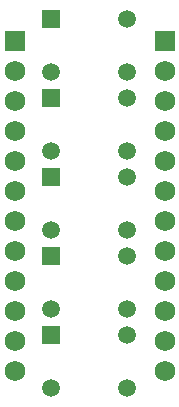
<source format=gts>
%FSLAX33Y33*%
%MOMM*%
%ADD10R,1.5X1.5*%
%ADD11C,1.5*%
%ADD12R,1.75X1.75*%
%ADD13C,1.75*%
D10*
%LNtop solder mask_traces*%
%LNtop solder mask component b5b981657f2f8731*%
G01*
X6750Y12550D03*
D11*
X6750Y8050D03*
X13250Y8050D03*
X13250Y12550D03*
%LNtop solder mask component fb49618feed99df2*%
D10*
X6750Y32660D03*
D11*
X6750Y28160D03*
X13250Y28160D03*
X13250Y32660D03*
%LNtop solder mask component 37417e4259248a20*%
D12*
X16400Y30750D03*
D13*
X16400Y28210D03*
X16400Y25670D03*
X16400Y23130D03*
X16400Y20590D03*
X16400Y18050D03*
X16400Y15510D03*
X16400Y12970D03*
X16400Y10430D03*
X16400Y7890D03*
X16400Y5350D03*
X16400Y2810D03*
%LNtop solder mask component e1d5e43d5734db6b*%
D12*
X3700Y30750D03*
D13*
X3700Y28210D03*
X3700Y25670D03*
X3700Y23130D03*
X3700Y20590D03*
X3700Y18050D03*
X3700Y15510D03*
X3700Y12970D03*
X3700Y10430D03*
X3700Y7890D03*
X3700Y5350D03*
X3700Y2810D03*
%LNtop solder mask component 144fe9a21d20c8f6*%
D10*
X6750Y19250D03*
D11*
X6750Y14750D03*
X13250Y14750D03*
X13250Y19250D03*
%LNtop solder mask component 71733dfa736b678a*%
D10*
X6750Y5850D03*
D11*
X6750Y1350D03*
X13250Y1350D03*
X13250Y5850D03*
%LNtop solder mask component 6d5c9a98175d7d20*%
D10*
X6750Y25950D03*
D11*
X6750Y21450D03*
X13250Y21450D03*
X13250Y25950D03*
M02*
</source>
